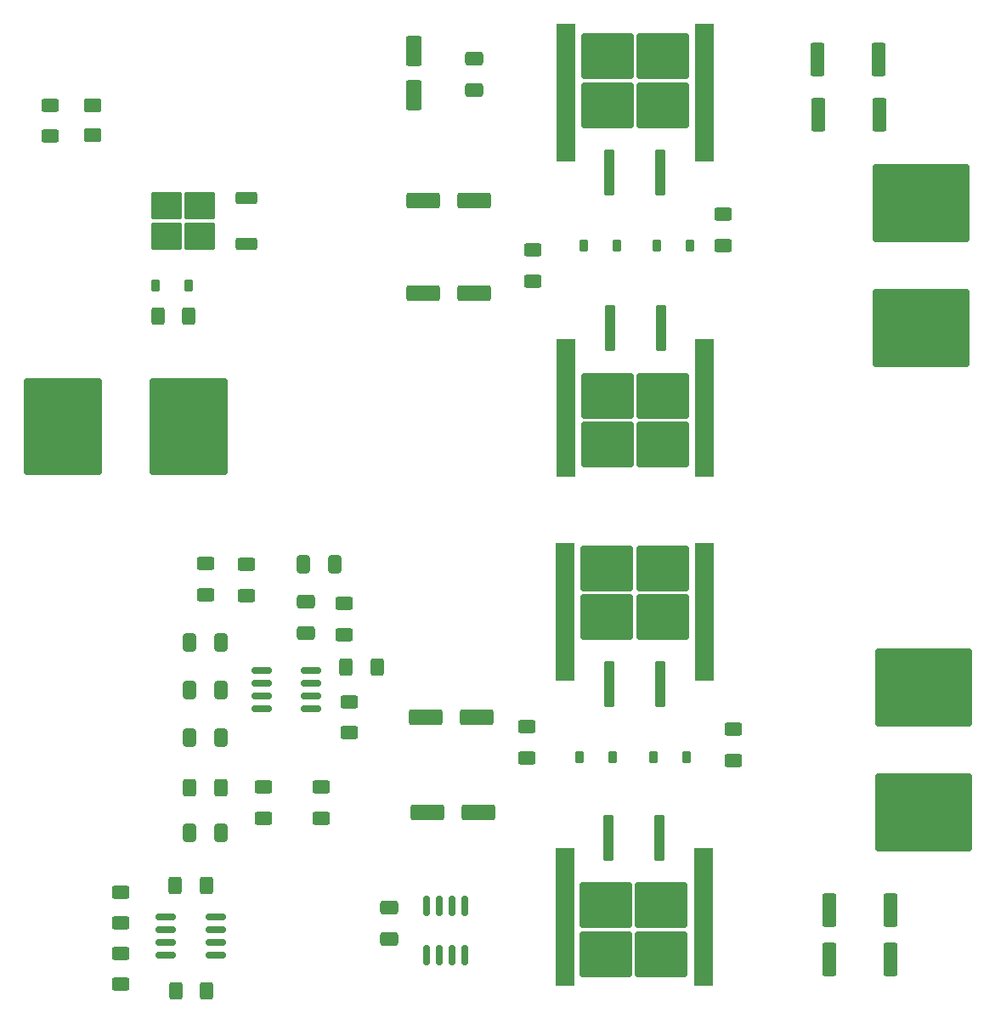
<source format=gtp>
%TF.GenerationSoftware,KiCad,Pcbnew,8.0.7*%
%TF.CreationDate,2025-01-07T23:02:54-05:00*%
%TF.ProjectId,Class AB Stereo Amp SMD,436c6173-7320-4414-9220-53746572656f,rev?*%
%TF.SameCoordinates,Original*%
%TF.FileFunction,Paste,Top*%
%TF.FilePolarity,Positive*%
%FSLAX46Y46*%
G04 Gerber Fmt 4.6, Leading zero omitted, Abs format (unit mm)*
G04 Created by KiCad (PCBNEW 8.0.7) date 2025-01-07 23:02:54*
%MOMM*%
%LPD*%
G01*
G04 APERTURE LIST*
G04 Aperture macros list*
%AMRoundRect*
0 Rectangle with rounded corners*
0 $1 Rounding radius*
0 $2 $3 $4 $5 $6 $7 $8 $9 X,Y pos of 4 corners*
0 Add a 4 corners polygon primitive as box body*
4,1,4,$2,$3,$4,$5,$6,$7,$8,$9,$2,$3,0*
0 Add four circle primitives for the rounded corners*
1,1,$1+$1,$2,$3*
1,1,$1+$1,$4,$5*
1,1,$1+$1,$6,$7*
1,1,$1+$1,$8,$9*
0 Add four rect primitives between the rounded corners*
20,1,$1+$1,$2,$3,$4,$5,0*
20,1,$1+$1,$4,$5,$6,$7,0*
20,1,$1+$1,$6,$7,$8,$9,0*
20,1,$1+$1,$8,$9,$2,$3,0*%
G04 Aperture macros list end*
%ADD10RoundRect,0.250000X-1.412500X-0.550000X1.412500X-0.550000X1.412500X0.550000X-1.412500X0.550000X0*%
%ADD11RoundRect,0.250000X-0.625000X0.400000X-0.625000X-0.400000X0.625000X-0.400000X0.625000X0.400000X0*%
%ADD12RoundRect,0.250000X-0.412500X-0.650000X0.412500X-0.650000X0.412500X0.650000X-0.412500X0.650000X0*%
%ADD13RoundRect,0.249999X0.450001X1.425001X-0.450001X1.425001X-0.450001X-1.425001X0.450001X-1.425001X0*%
%ADD14RoundRect,0.225000X0.225000X0.375000X-0.225000X0.375000X-0.225000X-0.375000X0.225000X-0.375000X0*%
%ADD15R,1.850000X13.700000*%
%ADD16RoundRect,0.250000X0.550000X-1.250000X0.550000X1.250000X-0.550000X1.250000X-0.550000X-1.250000X0*%
%ADD17RoundRect,0.250000X-0.400000X-0.625000X0.400000X-0.625000X0.400000X0.625000X-0.400000X0.625000X0*%
%ADD18RoundRect,0.150000X0.150000X-0.825000X0.150000X0.825000X-0.150000X0.825000X-0.150000X-0.825000X0*%
%ADD19RoundRect,0.250000X-0.300000X2.050000X-0.300000X-2.050000X0.300000X-2.050000X0.300000X2.050000X0*%
%ADD20RoundRect,0.250000X-2.375000X2.025000X-2.375000X-2.025000X2.375000X-2.025000X2.375000X2.025000X0*%
%ADD21RoundRect,0.250000X0.400000X0.625000X-0.400000X0.625000X-0.400000X-0.625000X0.400000X-0.625000X0*%
%ADD22RoundRect,0.150000X-0.825000X-0.150000X0.825000X-0.150000X0.825000X0.150000X-0.825000X0.150000X0*%
%ADD23RoundRect,0.249999X-0.450001X-1.425001X0.450001X-1.425001X0.450001X1.425001X-0.450001X1.425001X0*%
%ADD24RoundRect,0.250000X0.625000X-0.400000X0.625000X0.400000X-0.625000X0.400000X-0.625000X-0.400000X0*%
%ADD25RoundRect,0.250000X0.650000X-0.412500X0.650000X0.412500X-0.650000X0.412500X-0.650000X-0.412500X0*%
%ADD26RoundRect,0.250000X0.412500X0.650000X-0.412500X0.650000X-0.412500X-0.650000X0.412500X-0.650000X0*%
%ADD27RoundRect,0.249998X-4.550002X3.650002X-4.550002X-3.650002X4.550002X-3.650002X4.550002X3.650002X0*%
%ADD28RoundRect,0.249998X3.650002X4.550002X-3.650002X4.550002X-3.650002X-4.550002X3.650002X-4.550002X0*%
%ADD29RoundRect,0.250000X-0.650000X0.412500X-0.650000X-0.412500X0.650000X-0.412500X0.650000X0.412500X0*%
%ADD30RoundRect,0.250001X0.624999X-0.462499X0.624999X0.462499X-0.624999X0.462499X-0.624999X-0.462499X0*%
%ADD31RoundRect,0.225000X-0.225000X-0.375000X0.225000X-0.375000X0.225000X0.375000X-0.225000X0.375000X0*%
%ADD32RoundRect,0.250000X0.300000X-2.050000X0.300000X2.050000X-0.300000X2.050000X-0.300000X-2.050000X0*%
%ADD33RoundRect,0.250000X2.375000X-2.025000X2.375000X2.025000X-2.375000X2.025000X-2.375000X-2.025000X0*%
%ADD34RoundRect,0.250000X0.850000X0.350000X-0.850000X0.350000X-0.850000X-0.350000X0.850000X-0.350000X0*%
%ADD35RoundRect,0.250000X1.275000X1.125000X-1.275000X1.125000X-1.275000X-1.125000X1.275000X-1.125000X0*%
%ADD36RoundRect,0.249998X4.550002X-3.650002X4.550002X3.650002X-4.550002X3.650002X-4.550002X-3.650002X0*%
G04 APERTURE END LIST*
D10*
%TO.C,C9*%
X140925000Y-69500000D03*
X146000000Y-69500000D03*
%TD*%
D11*
%TO.C,R20*%
X171800000Y-122200000D03*
X171800000Y-125300000D03*
%TD*%
D12*
%TO.C,C4*%
X117625000Y-113500000D03*
X120750000Y-113500000D03*
%TD*%
D11*
%TO.C,R11*%
X133000000Y-109650000D03*
X133000000Y-112750000D03*
%TD*%
D13*
%TO.C,R18*%
X186300000Y-55500000D03*
X180200000Y-55500000D03*
%TD*%
D11*
%TO.C,R13*%
X130750000Y-127950000D03*
X130750000Y-131050000D03*
%TD*%
D14*
%TO.C,D2*%
X167450000Y-74000000D03*
X164150000Y-74000000D03*
%TD*%
D15*
%TO.C,HS3*%
X155110000Y-58800000D03*
X168950000Y-58800000D03*
%TD*%
D16*
%TO.C,C2*%
X140000000Y-59000000D03*
X140000000Y-54600000D03*
%TD*%
D15*
%TO.C,HS4*%
X155000000Y-140850000D03*
X168840000Y-140850000D03*
%TD*%
D17*
%TO.C,R10*%
X117650000Y-128000000D03*
X120750000Y-128000000D03*
%TD*%
D18*
%TO.C,U3*%
X141260000Y-144700000D03*
X142530000Y-144700000D03*
X143800000Y-144700000D03*
X145070000Y-144700000D03*
X145070000Y-139750000D03*
X143800000Y-139750000D03*
X142530000Y-139750000D03*
X141260000Y-139750000D03*
%TD*%
D19*
%TO.C,Q2*%
X164580000Y-82250000D03*
D20*
X164815000Y-88975000D03*
X159265000Y-88975000D03*
X164815000Y-93825000D03*
X159265000Y-93825000D03*
D19*
X159500000Y-82250000D03*
%TD*%
D10*
%TO.C,C12*%
X141325000Y-130500000D03*
X146400000Y-130500000D03*
%TD*%
D14*
%TO.C,D1*%
X160200000Y-74000000D03*
X156900000Y-74000000D03*
%TD*%
D21*
%TO.C,R1*%
X117550000Y-81000000D03*
X114450000Y-81000000D03*
%TD*%
D17*
%TO.C,R5*%
X116200000Y-137750000D03*
X119300000Y-137750000D03*
%TD*%
D11*
%TO.C,R8*%
X123250000Y-105750000D03*
X123250000Y-108850000D03*
%TD*%
D22*
%TO.C,U1*%
X115275000Y-140845000D03*
X115275000Y-142115000D03*
X115275000Y-143385000D03*
X115275000Y-144655000D03*
X120225000Y-144655000D03*
X120225000Y-143385000D03*
X120225000Y-142115000D03*
X120225000Y-140845000D03*
%TD*%
D23*
%TO.C,R21*%
X181400000Y-140250000D03*
X187500000Y-140250000D03*
%TD*%
D24*
%TO.C,R2*%
X103750000Y-63100000D03*
X103750000Y-60000000D03*
%TD*%
D19*
%TO.C,Q3*%
X164415000Y-133000000D03*
D20*
X164650000Y-139725000D03*
X159100000Y-139725000D03*
X164650000Y-144575000D03*
X159100000Y-144575000D03*
D19*
X159335000Y-133000000D03*
%TD*%
D25*
%TO.C,C16*%
X129250000Y-112625000D03*
X129250000Y-109500000D03*
%TD*%
D24*
%TO.C,R15*%
X151850000Y-77550000D03*
X151850000Y-74450000D03*
%TD*%
D10*
%TO.C,C11*%
X141175000Y-121000000D03*
X146250000Y-121000000D03*
%TD*%
D11*
%TO.C,R14*%
X133500000Y-119450000D03*
X133500000Y-122550000D03*
%TD*%
D21*
%TO.C,R12*%
X136300000Y-116000000D03*
X133200000Y-116000000D03*
%TD*%
D26*
%TO.C,C7*%
X120750000Y-123000000D03*
X117625000Y-123000000D03*
%TD*%
D27*
%TO.C,C10*%
X190500000Y-69750000D03*
X190500000Y-82250000D03*
%TD*%
D24*
%TO.C,R7*%
X119200000Y-108800000D03*
X119200000Y-105700000D03*
%TD*%
D26*
%TO.C,C5*%
X120750000Y-118250000D03*
X117625000Y-118250000D03*
%TD*%
D14*
%TO.C,D3*%
X159750000Y-125000000D03*
X156450000Y-125000000D03*
%TD*%
%TO.C,D4*%
X167150000Y-125000000D03*
X163850000Y-125000000D03*
%TD*%
D28*
%TO.C,C1*%
X117500000Y-92000000D03*
X105000000Y-92000000D03*
%TD*%
D29*
%TO.C,C14*%
X137500000Y-139937500D03*
X137500000Y-143062500D03*
%TD*%
D23*
%TO.C,R17*%
X180250000Y-61000000D03*
X186350000Y-61000000D03*
%TD*%
D26*
%TO.C,C6*%
X132125000Y-105750000D03*
X129000000Y-105750000D03*
%TD*%
D30*
%TO.C,D6*%
X108000000Y-62975000D03*
X108000000Y-60000000D03*
%TD*%
D10*
%TO.C,C8*%
X140925000Y-78750000D03*
X146000000Y-78750000D03*
%TD*%
D11*
%TO.C,R9*%
X125000000Y-127950000D03*
X125000000Y-131050000D03*
%TD*%
%TO.C,R19*%
X151200000Y-121950000D03*
X151200000Y-125050000D03*
%TD*%
D26*
%TO.C,C15*%
X120750000Y-132500000D03*
X117625000Y-132500000D03*
%TD*%
D31*
%TO.C,D5*%
X114200000Y-78000000D03*
X117500000Y-78000000D03*
%TD*%
D13*
%TO.C,R22*%
X187500000Y-145140000D03*
X181400000Y-145140000D03*
%TD*%
D11*
%TO.C,R4*%
X110750000Y-144500000D03*
X110750000Y-147600000D03*
%TD*%
D22*
%TO.C,U2*%
X124775000Y-116345000D03*
X124775000Y-117615000D03*
X124775000Y-118885000D03*
X124775000Y-120155000D03*
X129725000Y-120155000D03*
X129725000Y-118885000D03*
X129725000Y-117615000D03*
X129725000Y-116345000D03*
%TD*%
D15*
%TO.C,HS1*%
X155110000Y-90150000D03*
X168950000Y-90150000D03*
%TD*%
%TO.C,HS2*%
X155055000Y-110500000D03*
X168895000Y-110500000D03*
%TD*%
D24*
%TO.C,R16*%
X170800000Y-74000000D03*
X170800000Y-70900000D03*
%TD*%
%TO.C,R6*%
X110750000Y-141500000D03*
X110750000Y-138400000D03*
%TD*%
D32*
%TO.C,Q1*%
X159485000Y-66725000D03*
D33*
X159250000Y-60000000D03*
X164800000Y-60000000D03*
X159250000Y-55150000D03*
X164800000Y-55150000D03*
D32*
X164565000Y-66725000D03*
%TD*%
D17*
%TO.C,R3*%
X116250000Y-148250000D03*
X119350000Y-148250000D03*
%TD*%
D32*
%TO.C,Q4*%
X159435000Y-117725000D03*
D33*
X159200000Y-111000000D03*
X164750000Y-111000000D03*
X159200000Y-106150000D03*
X164750000Y-106150000D03*
D32*
X164515000Y-117725000D03*
%TD*%
D25*
%TO.C,C3*%
X146000000Y-58500000D03*
X146000000Y-55375000D03*
%TD*%
D34*
%TO.C,Q5*%
X123275000Y-73805000D03*
D35*
X118650000Y-73050000D03*
X118650000Y-70000000D03*
X115300000Y-73050000D03*
X115300000Y-70000000D03*
D34*
X123275000Y-69245000D03*
%TD*%
D36*
%TO.C,C13*%
X190750000Y-130500000D03*
X190750000Y-118000000D03*
%TD*%
M02*

</source>
